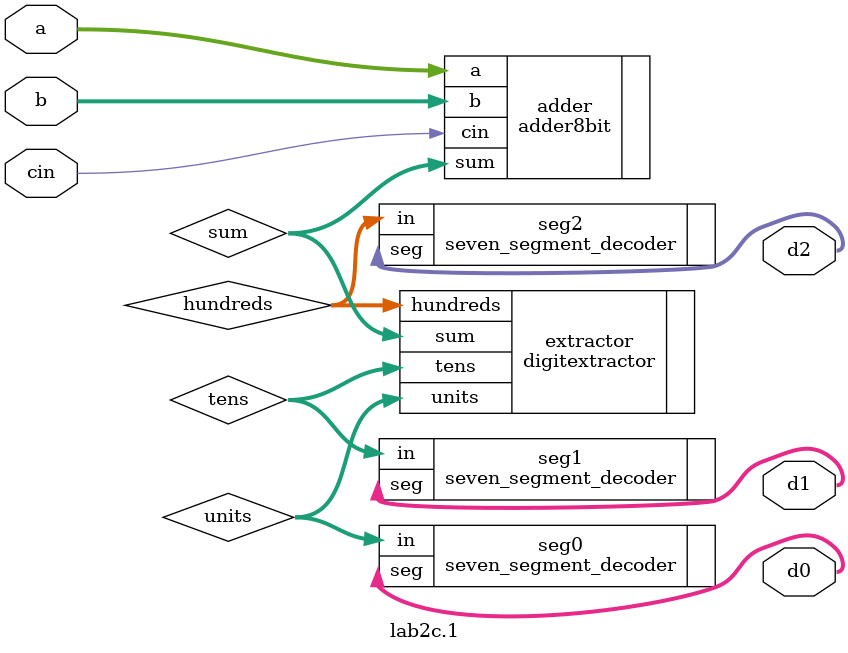
<source format=v>
module lab2c.1 (cin, a, b, d2, d1, d0);
    input cin;
    input [7:0] a, b;
    output [6:0] d2, d1, d0;

    wire [8:0] sum;
    wire [3:0] hundreds, tens, units;

    adder8bit adder (.a(a), .b(b), .cin(cin), .sum(sum));
    digitextractor extractor (.sum(sum), .hundreds(hundreds), .tens(tens), .units(units));
    seven_segment_decoder seg0 (.in(units), .seg(d0));
    seven_segment_decoder seg1 (.in(tens), .seg(d1));
    seven_segment_decoder seg2 (.in(hundreds), .seg(d2));

endmodule


</source>
